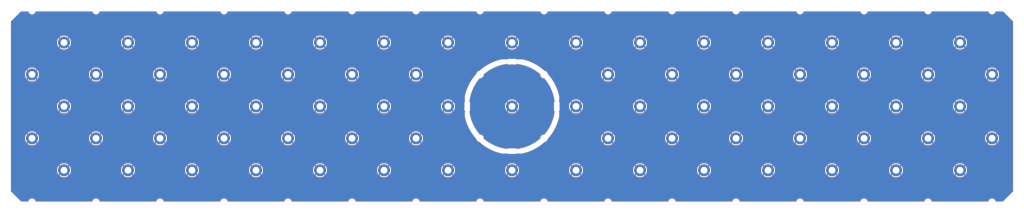
<source format=kicad_pcb>
(kicad_pcb (version 20211014) (generator pcbnew)
  (layers (0 "F.Cu" signal) (31 "B.Cu" signal) (34 "B.Paste" user) (35 "F.Paste" user) (36 "B.SilkS" user "B.Silkscreen") (37 "F.SilkS" user "F.Silkscreen") (38 "B.Mask" user) (39 "F.Mask" user) (44 "Edge.Cuts" user))
  (net 0 "")
  (net 1 "GND")
  (footprint "" (layer "F.Cu") (at 260 95)
    (fp_text reference "" (at 0 0) (layer "F.SilkS") (effects (font (size 1.27 1.27))))
    (fp_text value "" (at 0 0) (layer "F.SilkS") (effects (font (size 1.27 1.27))))
    (pad "1" thru_hole circle (at 0 0) (size 5.6 5.6) (drill 3.2) (layers *.Cu *.Mask) (net 1 "GND"))
  )
  (footprint "" (layer "F.Cu") (at -10 95)
    (fp_text reference "" (at 0 0) (layer "F.SilkS") (effects (font (size 1.27 1.27))))
    (fp_text value "" (at 0 0) (layer "F.SilkS") (effects (font (size 1.27 1.27))))
    (pad "1" thru_hole circle (at 0 0) (size 5.6 5.6) (drill 3.2) (layers *.Cu *.Mask) (net 1 "GND"))
  )
  (footprint "" (layer "F.Cu") (at 260 125)
    (fp_text reference "" (at 0 0) (layer "F.SilkS") (effects (font (size 1.27 1.27))))
    (fp_text value "" (at 0 0) (layer "F.SilkS") (effects (font (size 1.27 1.27))))
    (pad "1" thru_hole circle (at 0 0) (size 5.6 5.6) (drill 3.2) (layers *.Cu *.Mask) (net 1 "GND"))
  )
  (footprint "" (layer "F.Cu") (at -55 110)
    (fp_text reference "" (at 0 0) (layer "F.SilkS") (effects (font (size 1.27 1.27))))
    (fp_text value "" (at 0 0) (layer "F.SilkS") (effects (font (size 1.27 1.27))))
    (pad "1" thru_hole circle (at 0 0) (size 5.6 5.6) (drill 3.2) (layers *.Cu *.Mask) (net 1 "GND"))
  )
  (footprint "" (layer "F.Cu") (at -85 80)
    (fp_text reference "" (at 0 0) (layer "F.SilkS") (effects (font (size 1.27 1.27))))
    (fp_text value "" (at 0 0) (layer "F.SilkS") (effects (font (size 1.27 1.27))))
    (pad "1" thru_hole circle (at 0 0) (size 5.6 5.6) (drill 3.2) (layers *.Cu *.Mask) (net 1 "GND"))
  )
  (footprint "" (layer "F.Cu") (at 275 80)
    (fp_text reference "" (at 0 0) (layer "F.SilkS") (effects (font (size 1.27 1.27))))
    (fp_text value "" (at 0 0) (layer "F.SilkS") (effects (font (size 1.27 1.27))))
    (pad "1" thru_hole circle (at 0 0) (size 5.6 5.6) (drill 3.2) (layers *.Cu *.Mask) (net 1 "GND"))
  )
  (footprint "" (layer "F.Cu") (at 185 110)
    (fp_text reference "" (at 0 0) (layer "F.SilkS") (effects (font (size 1.27 1.27))))
    (fp_text value "" (at 0 0) (layer "F.SilkS") (effects (font (size 1.27 1.27))))
    (pad "1" thru_hole circle (at 0 0) (size 5.6 5.6) (drill 3.2) (layers *.Cu *.Mask) (net 1 "GND"))
  )
  (footprint "" (layer "F.Cu") (at 365 80)
    (fp_text reference "" (at 0 0) (layer "F.SilkS") (effects (font (size 1.27 1.27))))
    (fp_text value "" (at 0 0) (layer "F.SilkS") (effects (font (size 1.27 1.27))))
    (pad "1" thru_hole circle (at 0 0) (size 5.6 5.6) (drill 3.2) (layers *.Cu *.Mask) (net 1 "GND"))
  )
  (footprint "" (layer "F.Cu") (at 320 65)
    (fp_text reference "" (at 0 0) (layer "F.SilkS") (effects (font (size 1.27 1.27))))
    (fp_text value "" (at 0 0) (layer "F.SilkS") (effects (font (size 1.27 1.27))))
    (pad "1" thru_hole circle (at 0 0) (size 5.6 5.6) (drill 3.2) (layers *.Cu *.Mask) (net 1 "GND"))
  )
  (footprint "" (layer "F.Cu") (at 260 65)
    (fp_text reference "" (at 0 0) (layer "F.SilkS") (effects (font (size 1.27 1.27))))
    (fp_text value "" (at 0 0) (layer "F.SilkS") (effects (font (size 1.27 1.27))))
    (pad "1" thru_hole circle (at 0 0) (size 5.6 5.6) (drill 3.2) (layers *.Cu *.Mask) (net 1 "GND"))
  )
  (footprint "" (layer "F.Cu") (at 350 95)
    (fp_text reference "" (at 0 0) (layer "F.SilkS") (effects (font (size 1.27 1.27))))
    (fp_text value "" (at 0 0) (layer "F.SilkS") (effects (font (size 1.27 1.27))))
    (pad "1" thru_hole circle (at 0 0) (size 5.6 5.6) (drill 3.2) (layers *.Cu *.Mask) (net 1 "GND"))
  )
  (footprint "" (layer "F.Cu") (at 290 95)
    (fp_text reference "" (at 0 0) (layer "F.SilkS") (effects (font (size 1.27 1.27))))
    (fp_text value "" (at 0 0) (layer "F.SilkS") (effects (font (size 1.27 1.27))))
    (pad "1" thru_hole circle (at 0 0) (size 5.6 5.6) (drill 3.2) (layers *.Cu *.Mask) (net 1 "GND"))
  )
  (footprint "" (layer "F.Cu") (at 365 110)
    (fp_text reference "" (at 0 0) (layer "F.SilkS") (effects (font (size 1.27 1.27))))
    (fp_text value "" (at 0 0) (layer "F.SilkS") (effects (font (size 1.27 1.27))))
    (pad "1" thru_hole circle (at 0 0) (size 5.6 5.6) (drill 3.2) (layers *.Cu *.Mask) (net 1 "GND"))
  )
  (footprint "" (layer "F.Cu") (at 20 125)
    (fp_text reference "" (at 0 0) (layer "F.SilkS") (effects (font (size 1.27 1.27))))
    (fp_text value "" (at 0 0) (layer "F.SilkS") (effects (font (size 1.27 1.27))))
    (pad "1" thru_hole circle (at 0 0) (size 5.6 5.6) (drill 3.2) (layers *.Cu *.Mask) (net 1 "GND"))
  )
  (footprint "" (layer "F.Cu") (at 290 125)
    (fp_text reference "" (at 0 0) (layer "F.SilkS") (effects (font (size 1.27 1.27))))
    (fp_text value "" (at 0 0) (layer "F.SilkS") (effects (font (size 1.27 1.27))))
    (pad "1" thru_hole circle (at 0 0) (size 5.6 5.6) (drill 3.2) (layers *.Cu *.Mask) (net 1 "GND"))
  )
  (footprint "" (layer "F.Cu") (at 65 110)
    (fp_text reference "" (at 0 0) (layer "F.SilkS") (effects (font (size 1.27 1.27))))
    (fp_text value "" (at 0 0) (layer "F.SilkS") (effects (font (size 1.27 1.27))))
    (pad "1" thru_hole circle (at 0 0) (size 5.6 5.6) (drill 3.2) (layers *.Cu *.Mask) (net 1 "GND"))
  )
  (footprint "" (layer "F.Cu") (at 320 95)
    (fp_text reference "" (at 0 0) (layer "F.SilkS") (effects (font (size 1.27 1.27))))
    (fp_text value "" (at 0 0) (layer "F.SilkS") (effects (font (size 1.27 1.27))))
    (pad "1" thru_hole circle (at 0 0) (size 5.6 5.6) (drill 3.2) (layers *.Cu *.Mask) (net 1 "GND"))
  )
  (footprint "" (layer "F.Cu") (at 170 125)
    (fp_text reference "" (at 0 0) (layer "F.SilkS") (effects (font (size 1.27 1.27))))
    (fp_text value "" (at 0 0) (layer "F.SilkS") (effects (font (size 1.27 1.27))))
    (pad "1" thru_hole circle (at 0 0) (size 5.6 5.6) (drill 3.2) (layers *.Cu *.Mask) (net 1 "GND"))
  )
  (footprint "Panelization:mouse-bite-2mm-slot-4mm" (layer "F.Cu") (at 140 74 180)
    (fp_text reference "mouse-bite-2mm-slot" hide)
    (fp_text value "VAL**" hide)
    (fp_arc (start -3 -1) (mid -2 0) (end -3 1) (layer "Edge.Cuts") (width 0.12))
    (fp_arc (start 3 1) (mid 2 0) (end 3 -1) (layer "Edge.Cuts") (width 0.12))
    (pad "" np_thru_hole circle (at -1.05 -0.9 180) (size 0.5 0.5) (drill 0.5) (layers *.Cu *.Mask))
    (pad "" np_thru_hole circle (at 1.75 0.9 180) (size 0.5 0.5) (drill 0.5) (layers *.Cu *.Mask))
    (pad "" np_thru_hole circle (at -1.05 0.9 180) (size 0.5 0.5) (drill 0.5) (layers *.Cu *.Mask))
    (pad "" np_thru_hole circle (at -1.75 0.9 180) (size 0.5 0.5) (drill 0.5) (layers *.Cu *.Mask))
    (pad "" np_thru_hole circle (at 1.05 -0.9 180) (size 0.5 0.5) (drill 0.5) (layers *.Cu *.Mask))
    (pad "" np_thru_hole circle (at -0.35 0.9 180) (size 0.5 0.5) (drill 0.5) (layers *.Cu *.Mask))
    (pad "" np_thru_hole circle (at 1.05 0.9 180) (size 0.5 0.5) (drill 0.5) (layers *.Cu *.Mask))
    (pad "" np_thru_hole circle (at 0.35 0.9 180) (size 0.5 0.5) (drill 0.5) (layers *.Cu *.Mask))
    (pad "" np_thru_hole circle (at 0.35 -0.9 180) (size 0.5 0.5) (drill 0.5) (layers *.Cu *.Mask))
    (pad "" np_thru_hole circle (at -0.35 -0.9 180) (size 0.5 0.5) (drill 0.5) (layers *.Cu *.Mask))
    (pad "" np_thru_hole circle (at 1.75 -0.9 180) (size 0.5 0.5) (drill 0.5) (layers *.Cu *.Mask))
    (pad "" np_thru_hole circle (at -1.75 -0.9 180) (size 0.5 0.5) (drill 0.5) (layers *.Cu *.Mask))
  )
  (footprint "" (layer "F.Cu") (at 335 80)
    (fp_text reference "" (at 0 0) (layer "F.SilkS") (effects (font (size 1.27 1.27))))
    (fp_text value "" (at 0 0) (layer "F.SilkS") (effects (font (size 1.27 1.27))))
    (pad "1" thru_hole circle (at 0 0) (size 5.6 5.6) (drill 3.2) (layers *.Cu *.Mask) (net 1 "GND"))
  )
  (footprint "" (layer "F.Cu") (at 80 65)
    (fp_text reference "" (at 0 0) (layer "F.SilkS") (effects (font (size 1.27 1.27))))
    (fp_text value "" (at 0 0) (layer "F.SilkS") (effects (font (size 1.27 1.27))))
    (pad "1" thru_hole circle (at 0 0) (size 5.6 5.6) (drill 3.2) (layers *.Cu *.Mask) (net 1 "GND"))
  )
  (footprint "" (layer "F.Cu") (at 50 95)
    (fp_text reference "" (at 0 0) (layer "F.SilkS") (effects (font (size 1.27 1.27))))
    (fp_text value "" (at 0 0) (layer "F.SilkS") (effects (font (size 1.27 1.27))))
    (pad "1" thru_hole circle (at 0 0) (size 5.6 5.6) (drill 3.2) (layers *.Cu *.Mask) (net 1 "GND"))
  )
  (footprint "" (layer "F.Cu") (at 95 80)
    (fp_text reference "" (at 0 0) (layer "F.SilkS") (effects (font (size 1.27 1.27))))
    (fp_text value "" (at 0 0) (layer "F.SilkS") (effects (font (size 1.27 1.27))))
    (pad "1" thru_hole circle (at 0 0) (size 5.6 5.6) (drill 3.2) (layers *.Cu *.Mask) (net 1 "GND"))
  )
  (footprint "" (layer "F.Cu") (at 80 125)
    (fp_text reference "" (at 0 0) (layer "F.SilkS") (effects (font (size 1.27 1.27))))
    (fp_text value "" (at 0 0) (layer "F.SilkS") (effects (font (size 1.27 1.27))))
    (pad "1" thru_hole circle (at 0 0) (size 5.6 5.6) (drill 3.2) (layers *.Cu *.Mask) (net 1 "GND"))
  )
  (footprint "" (layer "F.Cu") (at 200 65)
    (fp_text reference "" (at 0 0) (layer "F.SilkS") (effects (font (size 1.27 1.27))))
    (fp_text value "" (at 0 0) (layer "F.SilkS") (effects (font (size 1.27 1.27))))
    (pad "1" thru_hole circle (at 0 0) (size 5.6 5.6) (drill 3.2) (layers *.Cu *.Mask) (net 1 "GND"))
  )
  (footprint "" (layer "F.Cu") (at 350 125)
    (fp_text reference "" (at 0 0) (layer "F.SilkS") (effects (font (size 1.27 1.27))))
    (fp_text value "" (at 0 0) (layer "F.SilkS") (effects (font (size 1.27 1.27))))
    (pad "1" thru_hole circle (at 0 0) (size 5.6 5.6) (drill 3.2) (layers *.Cu *.Mask) (net 1 "GND"))
  )
  (footprint "" (layer "F.Cu") (at 170 65)
    (fp_text reference "" (at 0 0) (layer "F.SilkS") (effects (font (size 1.27 1.27))))
    (fp_text value "" (at 0 0) (layer "F.SilkS") (effects (font (size 1.27 1.27))))
    (pad "1" thru_hole circle (at 0 0) (size 5.6 5.6) (drill 3.2) (layers *.Cu *.Mask) (net 1 "GND"))
  )
  (footprint "" (layer "F.Cu") (at 20 65)
    (fp_text reference "" (at 0 0) (layer "F.SilkS") (effects (font (size 1.27 1.27))))
    (fp_text value "" (at 0 0) (layer "F.SilkS") (effects (font (size 1.27 1.27))))
    (pad "1" thru_hole circle (at 0 0) (size 5.6 5.6) (drill 3.2) (layers *.Cu *.Mask) (net 1 "GND"))
  )
  (footprint "" (layer "F.Cu") (at 140 65)
    (fp_text reference "" (at 0 0) (layer "F.SilkS") (effects (font (size 1.27 1.27))))
    (fp_text value "" (at 0 0) (layer "F.SilkS") (effects (font (size 1.27 1.27))))
    (pad "1" thru_hole circle (at 0 0) (size 5.6 5.6) (drill 3.2) (layers *.Cu *.Mask) (net 1 "GND"))
  )
  (footprint "" (layer "F.Cu") (at 230 125)
    (fp_text reference "" (at 0 0) (layer "F.SilkS") (effects (font (size 1.27 1.27))))
    (fp_text value "" (at 0 0) (layer "F.SilkS") (effects (font (size 1.27 1.27))))
    (pad "1" thru_hole circle (at 0 0) (size 5.6 5.6) (drill 3.2) (layers *.Cu *.Mask) (net 1 "GND"))
  )
  (footprint "" (layer "F.Cu") (at 95 110)
    (fp_text reference "" (at 0 0) (layer "F.SilkS") (effects (font (size 1.27 1.27))))
    (fp_text value "" (at 0 0) (layer "F.SilkS") (effects (font (size 1.27 1.27))))
    (pad "1" thru_hole circle (at 0 0) (size 5.6 5.6) (drill 3.2) (layers *.Cu *.Mask) (net 1 "GND"))
  )
  (footprint "" (layer "F.Cu") (at -10 125)
    (fp_text reference "" (at 0 0) (layer "F.SilkS") (effects (font (size 1.27 1.27))))
    (fp_text value "" (at 0 0) (layer "F.SilkS") (effects (font (size 1.27 1.27))))
    (pad "1" thru_hole circle (at 0 0) (size 5.6 5.6) (drill 3.2) (layers *.Cu *.Mask) (net 1 "GND"))
  )
  (footprint "" (layer "F.Cu") (at 305 110)
    (fp_text reference "" (at 0 0) (layer "F.SilkS") (effects (font (size 1.27 1.27))))
    (fp_text value "" (at 0 0) (layer "F.SilkS") (effects (font (size 1.27 1.27))))
    (pad "1" thru_hole circle (at 0 0) (size 5.6 5.6) (drill 3.2) (layers *.Cu *.Mask) (net 1 "GND"))
  )
  (footprint "" (layer "F.Cu") (at -55 80)
    (fp_text reference "" (at 0 0) (layer "F.SilkS") (effects (font (size 1.27 1.27))))
    (fp_text value "" (at 0 0) (layer "F.SilkS") (effects (font (size 1.27 1.27))))
    (pad "1" thru_hole circle (at 0 0) (size 5.6 5.6) (drill 3.2) (layers *.Cu *.Mask) (net 1 "GND"))
  )
  (footprint "" (layer "F.Cu") (at -70 125)
    (fp_text reference "" (at -20 0) (layer "F.SilkS") (effects (font (size 1.27 1.27))))
    (fp_text value "" (at -20 0) (layer "F.SilkS") (effects (font (size 1.27 1.27))))
    (pad "1" thru_hole circle (at 0 0) (size 5.6 5.6) (drill 3.2) (layers *.Cu *.Mask) (net 1 "GND"))
  )
  (footprint "" (layer "F.Cu") (at 200 95)
    (fp_text reference "" (at 0 0) (layer "F.SilkS") (effects (font (size 1.27 1.27))))
    (fp_text value "" (at 0 0) (layer "F.SilkS") (effects (font (size 1.27 1.27))))
    (pad "1" thru_hole circle (at 0 0) (size 5.6 5.6) (drill 3.2) (layers *.Cu *.Mask) (net 1 "GND"))
  )
  (footprint "" (layer "F.Cu") (at 185 80)
    (fp_text reference "" (at 0 0) (layer "F.SilkS") (effects (font (size 1.27 1.27))))
    (fp_text value "" (at 0 0) (layer "F.SilkS") (effects (font (size 1.27 1.27))))
    (pad "1" thru_hole circle (at 0 0) (size 5.6 5.6) (drill 3.2) (layers *.Cu *.Mask) (net 1 "GND"))
  )
  (footprint "Panelization:mouse-bite-2mm-slot-4mm" (layer "F.Cu") (at 140 116 180)
    (fp_text reference "mouse-bite-2mm-slot" hide)
    (fp_text value "VAL**" hide)
    (fp_arc (start 3 1) (mid 2 0) (end 3 -1) (layer "Edge.Cuts") (width 0.12))
    (fp_arc (start -3 -1) (mid -2 0) (end -3 1) (layer "Edge.Cuts") (width 0.12))
    (pad "" np_thru_hole circle (at 1.75 -0.9 180) (size 0.5 0.5) (drill 0.5) (layers *.Cu *.Mask))
    (pad "" np_thru_hole circle (at 0.35 0.9 180) (size 0.5 0.5) (drill 0.5) (layers *.Cu *.Mask))
    (pad "" np_thru_hole circle (at -1.75 0.9 180) (size 0.5 0.5) (drill 0.5) (layers *.Cu *.Mask))
    (pad "" np_thru_hole circle (at -1.05 -0.9 180) (size 0.5 0.5) (drill 0.5) (layers *.Cu *.Mask))
    (pad "" np_thru_hole circle (at -0.35 -0.9 180) (size 0.5 0.5) (drill 0.5) (layers *.Cu *.Mask))
    (pad "" np_thru_hole circle (at 0.35 -0.9 180) (size 0.5 0.5) (drill 0.5) (layers *.Cu *.Mask))
    (pad "" np_thru_hole circle (at -0.35 0.9 180) (size 0.5 0.5) (drill 0.5) (layers *.Cu *.Mask))
    (pad "" np_thru_hole circle (at 1.05 -0.9 180) (size 0.5 0.5) (drill 0.5) (layers *.Cu *.Mask))
    (pad "" np_thru_hole circle (at -1.75 -0.9 180) (size 0.5 0.5) (drill 0.5) (layers *.Cu *.Mask))
    (pad "" np_thru_hole circle (at -1.05 0.9 180) (size 0.5 0.5) (drill 0.5) (layers *.Cu *.Mask))
    (pad "" np_thru_hole circle (at 1.05 0.9 180) (size 0.5 0.5) (drill 0.5) (layers *.Cu *.Mask))
    (pad "" np_thru_hole circle (at 1.75 0.9 180) (size 0.5 0.5) (drill 0.5) (layers *.Cu *.Mask))
  )
  (footprint "" (layer "F.Cu") (at -25 80)
    (fp_text reference "" (at 0 0) (layer "F.SilkS") (effects (font (size 1.27 1.27))))
    (fp_text value "" (at 0 0) (layer "F.SilkS") (effects (font (size 1.27 1.27))))
    (pad "1" thru_hole circle (at 0 0) (size 5.6 5.6) (drill 3.2) (layers *.Cu *.Mask) (net 1 "GND"))
  )
  (footprint "" (layer "F.Cu") (at 110 65)
    (fp_text reference "" (at 0 0) (layer "F.SilkS") (effects (font (size 1.27 1.27))))
    (fp_text value "" (at 0 0) (layer "F.SilkS") (effects (font (size 1.27 1.27))))
    (pad "1" thru_hole circle (at 0 0) (size 5.6 5.6) (drill 3.2) (layers *.Cu *.Mask) (net 1 "GND"))
  )
  (footprint "" (layer "F.Cu") (at 170 95)
    (fp_text reference "" (at 0 0) (layer "F.SilkS") (effects (font (size 1.27 1.27))))
    (fp_text value "" (at 0 0) (layer "F.SilkS") (effects (font (size 1.27 1.27))))
    (pad "1" thru_hole circle (at 0 0) (size 5.6 5.6) (drill 3.2) (layers *.Cu *.Mask) (net 1 "GND"))
  )
  (footprint "" (layer "F.Cu") (at 5 80)
    (fp_text reference "" (at 0 0) (layer "F.SilkS") (effects (font (size 1.27 1.27))))
    (fp_text value "" (at 0 0) (layer "F.SilkS") (effects (font (size 1.27 1.27))))
    (pad "1" thru_hole circle (at 0 0) (size 5.6 5.6) (drill 3.2) (layers *.Cu *.Mask) (net 1 "GND"))
  )
  (footprint "" (layer "F.Cu") (at 320 125)
    (fp_text reference "" (at 0 0) (layer "F.SilkS") (effects (font (size 1.27 1.27))))
    (fp_text value "" (at 0 0) (layer "F.SilkS") (effects (font (size 1.27 1.27))))
    (pad "1" thru_hole circle (at 0 0) (size 5.6 5.6) (drill 3.2) (layers *.Cu *.Mask) (net 1 "GND"))
  )
  (footprint "" (layer "F.Cu") (at -70 95)
    (fp_text reference "" (at -20 0) (layer "F.SilkS") (effects (font (size 1.27 1.27))))
    (fp_text value "" (at -20 0) (layer "F.SilkS") (effects (font (size 1.27 1.27))))
    (pad "1" thru_hole circle (at 0 0) (size 5.6 5.6) (drill 3.2) (layers *.Cu *.Mask) (net 1 "GND"))
  )
  (footprint "" (layer "F.Cu") (at -70 65)
    (fp_text reference "" (at -20 0) (layer "F.SilkS") (effects (font (size 1.27 1.27))))
    (fp_text value "" (at -20 0) (layer "F.SilkS") (effects (font (size 1.27 1.27))))
    (pad "1" thru_hole circle (at 0 0) (size 5.6 5.6) (drill 3.2) (layers *.Cu *.Mask) (net 1 "GND"))
  )
  (footprint "" (layer "F.Cu") (at 80 95)
    (fp_text reference "" (at 0 0) (layer "F.SilkS") (effects (font (size 1.27 1.27))))
    (fp_text value "" (at 0 0) (layer "F.SilkS") (effects (font (size 1.27 1.27))))
    (pad "1" thru_hole circle (at 0 0) (size 5.6 5.6) (drill 3.2) (layers *.Cu *.Mask) (net 1 "GND"))
  )
  (footprint "" (layer "F.Cu") (at 275 110)
    (fp_text reference "" (at 0 0) (layer "F.SilkS") (effects (font (size 1.27 1.27))))
    (fp_text value "" (at 0 0) (layer "F.SilkS") (effects (font (size 1.27 1.27))))
    (pad "1" thru_hole circle (at 0 0) (size 5.6 5.6) (drill 3.2) (layers *.Cu *.Mask) (net 1 "GND"))
  )
  (footprint "" (layer "F.Cu") (at 290 65)
    (fp_text reference "" (at 0 0) (layer "F.SilkS") (effects (font (size 1.27 1.27))))
    (fp_text value "" (at 0 0) (layer "F.SilkS") (effects (font (size 1.27 1.27))))
    (pad "1" thru_hole circle (at 0 0) (size 5.6 5.6) (drill 3.2) (layers *.Cu *.Mask) (net 1 "GND"))
  )
  (footprint "" (layer "F.Cu") (at -85 110)
    (fp_text reference "" (at 0 0) (layer "F.SilkS") (effects (font (size 1.27 1.27))))
    (fp_text value "" (at 0 0) (layer "F.SilkS") (effects (font (size 1.27 1.27))))
    (pad "1" thru_hole circle (at 0 0) (size 5.6 5.6) (drill 3.2) (layers *.Cu *.Mask) (net 1 "GND"))
  )
  (footprint "" (layer "F.Cu") (at 200 125)
    (fp_text reference "" (at 0 0) (layer "F.SilkS") (effects (font (size 1.27 1.27))))
    (fp_text value "" (at 0 0) (layer "F.SilkS") (effects (font (size 1.27 1.27))))
    (pad "1" thru_hole circle (at 0 0) (size 5.6 5.6) (drill 3.2) (layers *.Cu *.Mask) (net 1 "GND"))
  )
  (footprint "Panelization:mouse-bite-2mm-slot-4mm" (layer "F.Cu") (at 119 95 90)
    (fp_text reference "mouse-bite-2mm-slot" hide)
    (fp_text value "VAL**" hide)
    (fp_arc (start 3 1) (mid 2 0) (end 3 -1) (layer "Edge.Cuts") (width 0.12))
    (fp_arc (start -3 -1) (mid -2 0) (end -3 1) (layer "Edge.Cuts") (width 0.12))
    (pad "" np_thru_hole circle (at -0.35 -0.9 90) (size 0.5 0.5) (drill 0.5) (layers *.Cu *.Mask))
    (pad "" np_thru_hole circle (at -1.05 -0.9 90) (size 0.5 0.5) (drill 0.5) (layers *.Cu *.Mask))
    (pad "" np_thru_hole circle (at 0.35 -0.9 90) (size 0.5 0.5) (drill 0.5) (layers *.Cu *.Mask))
    (pad "" np_thru_hole circle (at -1.75 -0.9 90) (size 0.5 0.5) (drill 0.5) (layers *.Cu *.Mask))
    (pad "" np_thru_hole circle (at -0.35 0.9 90) (size 0.5 0.5) (drill 0.5) (layers *.Cu *.Mask))
    (pad "" np_thru_hole circle (at 1.05 -0.9 90) (size 0.5 0.5) (drill 0.5) (layers *.Cu *.Mask))
    (pad "" np_thru_hole circle (at -1.05 0.9 90) (size 0.5 0.5) (drill 0.5) (layers *.Cu *.Mask))
    (pad "" np_thru_hole circle (at 1.75 -0.9 90) (size 0.5 0.5) (drill 0.5) (layers *.Cu *.Mask))
    (pad "" np_thru_hole circle (at 1.75 0.9 90) (size 0.5 0.5) (drill 0.5) (layers *.Cu *.Mask))
    (pad "" np_thru_hole circle (at 1.05 0.9 90) (size 0.5 0.5) (drill 0.5) (layers *.Cu *.Mask))
    (pad "" np_thru_hole circle (at 0.35 0.9 90) (size 0.5 0.5) (drill 0.5) (layers *.Cu *.Mask))
    (pad "" np_thru_hole circle (at -1.75 0.9 90) (size 0.5 0.5) (drill 0.5) (layers *.Cu *.Mask))
  )
  (footprint "mfg:logo_mask" (layer "F.Cu") (at -77.5 117.5 -45)
    (fp_text reference "G***" hide)
    (fp_text value "LOGO" hide)
  )
  (footprint "" (layer "F.Cu") (at 305 80)
    (fp_text reference "" (at 0 0) (layer "F.SilkS") (effects (font (size 1.27 1.27))))
    (fp_text value "" (at 0 0) (layer "F.SilkS") (effects (font (size 1.27 1.27))))
    (pad "1" thru_hole circle (at 0 0) (size 5.6 5.6) (drill 3.2) (layers *.Cu *.Mask) (net 1 "GND"))
  )
  (footprint "" (layer "F.Cu") (at 110 125)
    (fp_text reference "" (at 0 0) (layer "F.SilkS") (effects (font (size 1.27 1.27))))
    (fp_text value "" (at 0 0) (layer "F.SilkS") (effects (font (size 1.27 1.27))))
    (pad "1" thru_hole circle (at 0 0) (size 5.6 5.6) (drill 3.2) (layers *.Cu *.Mask) (net 1 "GND"))
  )
  (footprint "" (layer "F.Cu") (at 35 80)
    (fp_text reference "" (at 0 0) (layer "F.SilkS") (effects (font (size 1.27 1.27))))
    (fp_text value "" (at 0 0) (layer "F.SilkS") (effects (font (size 1.27 1.27))))
    (pad "1" thru_hole circle (at 0 0) (size 5.6 5.6) (drill 3.2) (layers *.Cu *.Mask) (net 1 "GND"))
  )
  (footprint "" (layer "F.Cu") (at -25 110)
    (fp_text reference "" (at 0 0) (layer "F.SilkS") (effects (font (size 1.27 1.27))))
    (fp_text value "" (at 0 0) (layer "F.SilkS") (effects (font (size 1.27 1.27))))
    (pad "1" thru_hole circle (at 0 0) (size 5.6 5.6) (drill 3.2) (layers *.Cu *.Mask) (net 1 "GND"))
  )
  (footprint "" (layer "F.Cu") (at 215 80)
    (fp_text reference "" (at 0 0) (layer "F.SilkS") (effects (font (size 1.27 1.27))))
    (fp_text value "" (at 0 0) (layer "F.SilkS") (effects (font (size 1.27 1.27))))
    (pad "1" thru_hole circle (at 0 0) (size 5.6 5.6) (drill 3.2) (layers *.Cu *.Mask) (net 1 "GND"))
  )
  (footprint "" (layer "F.Cu") (at 50 65)
    (fp_text reference "" (at 0 0) (layer "F.SilkS") (effects (font (size 1.27 1.27))))
    (fp_text value "" (at 0 0) (layer "F.SilkS") (effects (font (size 1.27 1.27))))
    (pad "1" thru_hole circle (at 0 0) (size 5.6 5.6) (drill 3.2) (layers *.Cu *.Mask) (net 1 "GND"))
  )
  (footprint "" (layer "F.Cu") (at 335 110)
    (fp_text reference "" (at 0 0) (layer "F.SilkS") (effects (font (size 1.27 1.27))))
    (fp_text value "" (at 0 0) (layer "F.SilkS") (effects (font (size 1.27 1.27))))
    (pad "1" thru_hole circle (at 0 0) (size 5.6 5.6) (drill 3.2) (layers *.Cu *.Mask) (net 1 "GND"))
  )
  (footprint "" (layer "F.Cu") (at 20 95)
    (fp_text reference "" (at 0 0) (layer "F.SilkS") (effects (font (size 1.27 1.27))))
    (fp_text value "" (at 0 0) (layer "F.SilkS") (effects (font (size 1.27 1.27))))
    (pad "1" thru_hole circle (at 0 0) (size 5.6 5.6) (drill 3.2) (layers *.Cu *.Mask) (net 1 "GND"))
  )
  (footprint "" (layer "F.Cu") (at 215 110)
    (fp_text reference "" (at 0 0) (layer "F.SilkS") (effects (font (size 1.27 1.27))))
    (fp_text value "" (at 0 0) (layer "F.SilkS") (effects (font (size 1.27 1.27))))
    (pad "1" thru_hole circle (at 0 0) (size 5.6 5.6) (drill 3.2) (layers *.Cu *.Mask) (net 1 "GND"))
  )
  (footprint "" (layer "F.Cu") (at 110 95)
    (fp_text reference "" (at 0 0) (layer "F.SilkS") (effects (font (size 1.27 1.27))))
    (fp_text value "" (at 0 0) (layer "F.SilkS") (effects (font (size 1.27 1.27))))
    (pad "1" thru_hole circle (at 0 0) (size 5.6 5.6) (drill 3.2) (layers *.Cu *.Mask) (net 1 "GND"))
  )
  (footprint "" (layer "F.Cu") (at 65 80)
    (fp_text reference "" (at 0 0) (layer "F.SilkS") (effects (font (size 1.27 1.27))))
    (fp_text value "" (at 0 0) (layer "F.SilkS") (effects (font (size 1.27 1.27))))
    (pad "1" thru_hole circle (at 0 0) (size 5.6 5.6) (drill 3.2) (layers *.Cu *.Mask) (net 1 "GND"))
  )
  (footprint "" (layer "F.Cu") (at 230 95)
    (fp_text reference "" (at 0 0) (layer "F.SilkS") (effects (font (size 1.27 1.27))))
    (fp_text value "" (at 0 0) (layer "F.SilkS") (effects (font (size 1.27 1.27))))
    (pad "1" thru_hole circle (at 0 0) (size 5.6 5.6) (drill 3.2) (layers *.Cu *.Mask) (net 1 "GND"))
  )
  (footprint "" (layer "F.Cu") (at 35 110)
    (fp_text reference "" (at 0 0) (layer "F.SilkS") (effects (font (size 1.27 1.27))))
    (fp_text value "" (at 0 0) (layer "F.SilkS") (effects (font (size 1.27 1.27))))
    (pad "1" thru_hole circle (at 0 0) (size 5.6 5.6) (drill 3.2) (layers *.Cu *.Mask) (net 1 "GND"))
  )
  (footprint "" (layer "F.Cu") (at 50 125)
    (fp_text reference "" (at 0 0) (layer "F.SilkS") (effects (font (size 1.27 1.27))))
    (fp_text value "" (at 0 0) (layer "F.SilkS") (effects (font (size 1.27 1.27))))
    (pad "1" thru_hole circle (at 0 0) (size 5.6 5.6) (drill 3.2) (layers *.Cu *.Mask) (net 1 "GND"))
  )
  (footprint "" (layer "F.Cu") (at -40 65)
    (fp_text reference "" (at 0 0) (layer "F.SilkS") (effects (font (size 1.27 1.27))))
    (fp_text value "" (at 0 0) (layer "F.SilkS") (effects (font (size 1.27 1.27))))
    (pad "1" thru_hole circle (at 0 0) (size 5.6 5.6) (drill 3.2) (layers *.Cu *.Mask) (net 1 "GND"))
  )
  (footprint "" (layer "F.Cu") (at 140 95)
    (fp_text reference "" (at 0 0) (layer "F.SilkS") (effects (font (size 1.27 1.27))))
    (fp_text value "" (at 0 0) (layer "F.SilkS") (effects (font (size 1.27 1.27))))
    (pad "1" thru_hole circle (at 0 0) (size 5.6 5.6) (drill 3.2) (layers *.Cu *.Mask) (net 1 "GND"))
  )
  (footprint "" (layer "F.Cu") (at 350 65)
    (fp_text reference "" (at 0 0) (layer "F.SilkS") (effects (font (size 1.27 1.27))))
    (fp_text value "" (at 0 0) (layer "F.SilkS") (effects (font (size 1.27 1.27))))
    (pad "1" thru_hole circle (at 0 0) (size 5.6 5.6) (drill 3.2) (layers *.Cu *.Mask) (net 1 "GND"))
  )
  (footprint "" (layer "F.Cu") (at 245 80)
    (fp_text reference "" (at 0 0) (layer "F.SilkS") (effects (font (size 1.27 1.27))))
    (fp_text value "" (at 0 0) (layer "F.SilkS") (effects (font (size 1.27 1.27))))
    (pad "1" thru_hole circle (at 0 0) (size 5.6 5.6) (drill 3.2) (layers *.Cu *.Mask) (net 1 "GND"))
  )
  (footprint "" (layer "F.Cu") (at 140 125)
    (fp_text reference "" (at 0 0) (layer "F.SilkS") (effects (font (size 1.27 1.27))))
    (fp_text value "" (at 0 0) (layer "F.SilkS") (effects (font (size 1.27 1.27))))
    (pad "1" thru_hole circle (at 0 0) (size 5.6 5.6) (drill 3.2) (layers *.Cu *.Mask) (net 1 "GND"))
  )
  (footprint "" (layer "F.Cu") (at 230 65)
    (fp_text reference "" (at 0 0) (layer "F.SilkS") (effects (font (size 1.27 1.27))))
    (fp_text value "" (at 0 0) (layer "F.SilkS") (effects (font (size 1.27 1.27))))
    (pad "1" thru_hole circle (at 0 0) (size 5.6 5.6) (drill 3.2) (layers *.Cu *.Mask) (net 1 "GND"))
  )
  (footprint "" (layer "F.Cu") (at 245 110)
    (fp_text reference "" (at 0 0) (layer "F.SilkS") (effects (font (size 1.27 1.27))))
    (fp_text value "" (at 0 0) (layer "F.SilkS") (effects (font (size 1.27 1.27))))
    (pad "1" thru_hole circle (at 0 0) (size 5.6 5.6) (drill 3.2) (layers *.Cu *.Mask) (net 1 "GND"))
  )
  (footprint "" (layer "F.Cu") (at -40 95)
    (fp_text reference "" (at 0 0) (layer "F.SilkS") (effects (font (size 1.27 1.27))))
    (fp_text value "" (at 0 0) (layer "F.SilkS") (effects (font (size 1.27 1.27))))
    (pad "1" thru_hole circle (at 0 0) (size 5.6 5.6) (drill 3.2) (layers *.Cu *.Mask) (net 1 "GND"))
  )
  (footprint "Panelization:mouse-bite-2mm-slot-4mm" (layer "F.Cu") (at 161 95 90)
    (fp_text reference "mouse-bite-2mm-slot" hide)
    (fp_text value "VAL**" hide)
    (fp_arc (start 3 1) (mid 2 0) (end 3 -1) (layer "Edge.Cuts") (width 0.12))
    (fp_arc (start -3 -1) (mid -2 0) (end -3 1) (layer "Edge.Cuts") (width 0.12))
    (pad "" np_thru_hole circle (at 1.05 0.9 90) (size 0.5 0.5) (drill 0.5) (layers *.Cu *.Mask))
    (pad "" np_thru_hole circle (at -0.35 0.9 90) (size 0.5 0.5) (drill 0.5) (layers *.Cu *.Mask))
    (pad "" np_thru_hole circle (at 0.35 -0.9 90) (size 0.5 0.5) (drill 0.5) (layers *.Cu *.Mask))
    (pad "" np_thru_hole circle (at -1.05 -0.9 90) (size 0.5 0.5) (drill 0.5) (layers *.Cu *.Mask))
    (pad "" np_thru_hole circle (at 0.35 0.9 90) (size 0.5 0.5) (drill 0.5) (layers *.Cu *.Mask))
    (pad "" np_thru_hole circle (at 1.75 -0.9 90) (size 0.5 0.5) (drill 0.5) (layers *.Cu *.Mask))
    (pad "" np_thru_hole circle (at 1.05 -0.9 90) (size 0.5 0.5) (drill 0.5) (layers *.Cu *.Mask))
    (pad "" np_thru_hole circle (at -1.05 0.9 90) (size 0.5 0.5) (drill 0.5) (layers *.Cu *.Mask))
    (pad "" np_thru_hole circle (at 1.75 0.9 90) (size 0.5 0.5) (drill 0.5) (layers *.Cu *.Mask))
    (pad "" np_thru_hole circle (at -1.75 -0.9 90) (size 0.5 0.5) (drill 0.5) (layers *.Cu *.Mask))
    (pad "" np_thru_hole circle (at -1.75 0.9 90) (size 0.5 0.5) (drill 0.5) (layers *.Cu *.Mask))
    (pad "" np_thru_hole circle (at -0.35 -0.9 90) (size 0.5 0.5) (drill 0.5) (layers *.Cu *.Mask))
  )
  (footprint "" (layer "F.Cu") (at -40 125)
    (fp_text reference "" (at 0 0) (layer "F.SilkS") (effects (font (size 1.27 1.27))))
    (fp_text value "" (at 0 0) (layer "F.SilkS") (effects (font (size 1.27 1.27))))
    (pad "1" thru_hole circle (at 0 0) (size 5.6 5.6) (drill 3.2) (layers *.Cu *.Mask) (net 1 "GND"))
  )
  (footprint "" (layer "F.Cu") (at -10 65)
    (fp_text reference "" (at 0 0) (layer "F.SilkS") (effects (font (size 1.27 1.27))))
    (fp_text value "" (at 0 0) (layer "F.SilkS") (effects (font (size 1.27 1.27))))
    (pad "1" thru_hole circle (at 0 0) (size 5.6 5.6) (drill 3.2) (layers *.Cu *.Mask) (net 1 "GND"))
  )
  (footprint "" (layer "F.Cu") (at 5 110)
    (fp_text reference "" (at 0 0) (layer "F.SilkS") (effects (font (size 1.27 1.27))))
    (fp_text value "" (at 0 0) (layer "F.SilkS") (effects (font (size 1.27 1.27))))
    (pad "1" thru_hole circle (at 0 0) (size 5.6 5.6) (drill 3.2) (layers *.Cu *.Mask) (net 1 "GND"))
  )
  (footprint "mfg:opulo-logo" (layer "B.Cu") (at 140 56.9)
    (fp_text reference "G***" hide)
    (fp_text value "LOGO" hide)
  )
  (footprint "mfg:goblin-tiny" (layer "B.Cu") (at 139.6 107.4)
    (fp_text reference "G***" hide)
    (fp_text value "LOGO" hide)
  )
  (gr_line (start -83.4 139.798943) (end -56.6 139.799218) (layer "Edge.Cuts") (width 0.1))
  (gr_line (start 186.6 50.200137) (end 213.4 50.200137) (layer "Edge.Cuts") (width 0.1))
  (gr_arc (start 153.4 139.799218) (mid 155 138.387451) (end 156.6 139.799218) (layer "Edge.Cuts") (width 0.1))
  (gr_arc (start 93.4 139.799218) (mid 95 138.387451) (end 96.6 139.799218) (layer "Edge.Cuts") (width 0.1))
  (gr_line (start 366.6 50.2) (end 370.2 50.19963) (layer "Edge.Cuts") (width 0.1))
  (gr_arc (start 183.4 139.799218) (mid 185 138.387451) (end 186.6 139.799218) (layer "Edge.Cuts") (width 0.1))
  (gr_arc (start 155.1 81.6) (mid 153.798475 81.126441) (end 153.4 79.8) (layer "Edge.Cuts") (width 0.1))
  (gr_arc (start -86.6 139.8) (mid -85 138.388233) (end -83.4 139.8) (layer "Edge.Cuts") (width 0.1))
  (gr_arc (start 124.9 108.4) (mid 121.698783 103.553939) (end 120 98) (layer "Edge.Cuts") (width 0.1))
  (gr_arc (start 273.4 139.799218) (mid 275 138.387451) (end 276.6 139.799218) (layer "Edge.Cuts") (width 0.1))
  (gr_line (start 63.4 139.799218) (end 36.6 139.799218) (layer "Edge.Cuts") (width 0.1))
  (gr_line (start 162 92) (end 162 90.3) (layer "Edge.Cuts") (width 0.1))
  (gr_arc (start 246.6 50.200137) (mid 245 51.611904) (end 243.4 50.200137) (layer "Edge.Cuts") (width 0.1))
  (gr_line (start 183.4 139.799218) (end 156.6 139.799218) (layer "Edge.Cuts") (width 0.1))
  (gr_arc (start 153.4 110.1) (mid 148.553939 113.301217) (end 143 115) (layer "Edge.Cuts") (width 0.1))
  (gr_arc (start 126.6 50.200137) (mid 125 51.611904) (end 123.4 50.200137) (layer "Edge.Cuts") (width 0.1))
  (gr_line (start 366.6 139.799218) (end 370.2 139.8) (layer "Edge.Cuts") (width 0.1))
  (gr_line (start 6.6 50.200137) (end 33.4 50.200137) (layer "Edge.Cuts") (width 0.1))
  (gr_line (start -23.4 50.200137) (end 3.4 50.200137) (layer "Edge.Cuts") (width 0.1))
  (gr_arc (start 137 115) (mid 131.457481 113.342125) (end 126.6 110.2) (layer "Edge.Cuts") (width 0.1))
  (gr_line (start -83.4 50.2) (end -56.6 50.200275) (layer "Edge.Cuts") (width 0.1))
  (gr_arc (start 155.2 78.4) (mid 156.140174 78.859826) (end 156.599999 79.8) (layer "Edge.Cuts") (width 0.1))
  (gr_arc (start 33.4 139.799218) (mid 35 138.387451) (end 36.6 139.799218) (layer "Edge.Cuts") (width 0.1))
  (gr_arc (start 124.8 111.6) (mid 123.859826 111.140174) (end 123.400001 110.2) (layer "Edge.Cuts") (width 0.1))
  (gr_arc (start 333.4 139.799493) (mid 335 138.387726) (end 336.6 139.799493) (layer "Edge.Cuts") (width 0.1))
  (gr_arc (start 155.1 81.6) (mid 158.301217 86.446061) (end 160 92) (layer "Edge.Cuts") (width 0.1))
  (gr_arc (start 3.4 139.799218) (mid 5 138.387451) (end 6.6 139.799218) (layer "Edge.Cuts") (width 0.1))
  (gr_line (start 216.6 50.200137) (end 243.4 50.200137) (layer "Edge.Cuts") (width 0.1))
  (gr_line (start 93.4 139.799218) (end 66.6 139.799218) (layer "Edge.Cuts") (width 0.1))
  (gr_line (start -95 135) (end -90.2 139.8) (layer "Edge.Cuts") (width 0.1))
  (gr_arc (start 118 90.3) (mid 120.001509 84.690776) (end 123.4 79.8) (layer "Edge.Cuts") (width 0.1))
  (gr_arc (start 124.8 78.400002) (mid 129.688231 74.996561) (end 135.3 73) (layer "Edge.Cuts") (width 0.1))
  (gr_line (start 137 73) (end 135.3 73) (layer "Edge.Cuts") (width 0.1))
  (gr_line (start 375 55) (end 375 135) (layer "Edge.Cuts") (width 0.1))
  (gr_arc (start 6.6 50.200137) (mid 5 51.611904) (end 3.4 50.200137) (layer "Edge.Cuts") (width 0.1))
  (gr_line (start 273.4 139.799218) (end 246.6 139.799218) (layer "Edge.Cuts") (width 0.1))
  (gr_line (start 137 117) (end 135.3 117) (layer "Edge.Cuts") (width 0.1))
  (gr_line (start 36.6 50.200137) (end 63.4 50.200137) (layer "Edge.Cuts") (width 0.1))
  (gr_arc (start 276.6 50.200137) (mid 275 51.611904) (end 273.4 50.200137) (layer "Edge.Cuts") (width 0.1))
  (gr_arc (start 66.6 50.200137) (mid 65 51.611904) (end 63.4 50.200137) (layer "Edge.Cuts") (width 0.1))
  (gr_arc (start 216.6 50.200137) (mid 215 51.611904) (end 213.4 50.200137) (layer "Edge.Cuts") (width 0.1))
  (gr_line (start 246.6 50.200137) (end 273.4 50.200137) (layer "Edge.Cuts") (width 0.1))
  (gr_arc (start 120 92) (mid 121.657875 86.457481) (end 124.8 81.6) (layer "Edge.Cuts") (width 0.1))
  (gr_line (start 96.6 50.200137) (end 123.4 50.200137) (layer "Edge.Cuts") (width 0.1))
  (gr_arc (start -23.4 50.200137) (mid -25 51.611904) (end -26.6 50.200137) (layer "Edge.Cuts") (width 0.1))
  (gr_line (start 123.4 139.799218) (end 96.6 139.799218) (layer "Edge.Cuts") (width 0.1))
  (gr_line (start 143 73) (end 144.7 73) (layer "Edge.Cuts") (width 0.1))
  (gr_arc (start 123.400002 110.2) (mid 119.996561 105.311769) (end 118 99.7) (layer "Edge.Cuts") (width 0.1))
  (gr_arc (start 363.4 139.799218) (mid 365 138.387451) (end 366.6 139.799218) (layer "Edge.Cuts") (width 0.1))
  (gr_line (start 243.4 139.799218) (end 216.6 139.799218) (layer "Edge.Cuts") (width 0.1))
  (gr_line (start 213.4 139.799218) (end 186.6 139.799218) (layer "Edge.Cuts") (width 0.1))
  (gr_arc (start 186.6 50.200137) (mid 185 51.611904) (end 183.4 50.200137) (layer "Edge.Cuts") (width 0.1))
  (gr_arc (start 126.6 79.9) (mid 131.446061 76.698783) (end 137 75) (layer "Edge.Cuts") (width 0.1))
  (gr_line (start 336.6 50.199725) (end 363.4 50.2) (layer "Edge.Cuts") (width 0.1))
  (gr_arc (start -83.4 50.2) (mid -85 51.611767) (end -86.6 50.2) (layer "Edge.Cuts") (width 0.1))
  (gr_line (start 118 92) (end 118 90.3) (layer "Edge.Cuts") (width 0.1))
  (gr_arc (start 96.6 50.200137) (mid 95 51.611904) (end 93.4 50.200137) (layer "Edge.Cuts") (width 0.1))
  (gr_line (start 333.4 139.799493) (end 306.6 139.799218) (layer "Edge.Cuts") (width 0.1))
  (gr_line (start 66.6 50.200137) (end 93.4 50.200137) (layer "Edge.Cuts") (width 0.1))
  (gr_line (start 375 55) (end 370.2 50.2) (layer "Edge.Cuts") (width 0.1))
  (gr_arc (start 156.6 50.200137) (mid 155 51.611904) (end 153.4 50.200137) (layer "Edge.Cuts") (width 0.1))
  (gr_arc (start -56.6 139.799218) (mid -55 138.387451) (end -53.4 139.799218) (layer "Edge.Cuts") (width 0.1))
  (gr_arc (start 126.6 79.9) (mid 126.126441 81.201525) (end 124.8 81.6) (layer "Edge.Cuts") (width 0.1))
  (gr_arc (start 123.4 139.799218) (mid 125 138.387451) (end 126.6 139.799218) (layer "Edge.Cuts") (width 0.1))
  (gr_arc (start 156.6 110.2) (mid 156.140174 111.140174) (end 155.2 111.599999) (layer "Edge.Cuts") (width 0.1))
  (gr_arc (start 213.4 139.799218) (mid 215 138.387451) (end 216.6 139.799218) (layer "Edge.Cuts") (width 0.1))
  (gr_line (start -53.4 50.199862) (end -26.6 50.200137) (layer "Edge.Cuts") (width 0.1))
  (gr_arc (start 303.4 139.799218) (mid 305 138.387451) (end 306.6 139.799218) (layer "Edge.Cuts") (width 0.1))
  (gr_arc (start 156.599998 79.8) (mid 160.003439 84.688231) (end 162 90.3) (layer "Edge.Cuts") (width 0.1))
  (gr_line (start 118 98) (end 118 99.7) (layer "Edge.Cuts") (width 0.1))
  (gr_line (start 3.4 139.799218) (end -23.4 139.8) (layer "Edge.Cuts") (width 0.1))
  (gr_line (start -90.2 50.2) (end -95 55) (layer "Edge.Cuts") (width 0.1))
  (gr_arc (start 135.3 117) (mid 129.690776 114.998491) (end 124.8 111.6) (layer "Edge.Cuts") (width 0.1))
  (gr_arc (start 143 75) (mid 148.542519 76.657875) (end 153.4 79.8) (layer "Edge.Cuts") (width 0.1))
  (gr_line (start 126.6 50.200137) (end 153.4 50.200137) (layer "Edge.Cuts") (width 0.1))
  (gr_arc (start 144.7 73) (mid 150.309224 75.001509) (end 155.2 78.4) (layer "Edge.Cuts") (width 0.1))
  (gr_line (start 153.4 139.799218) (end 126.6 139.799218) (layer "Edge.Cuts") (width 0.1))
  (gr_arc (start 336.6 50.200137) (mid 335 51.611904) (end 333.4 50.200137) (layer "Edge.Cuts") (width 0.1))
  (gr_line (start 162 98) (end 162 99.7) (layer "Edge.Cuts") (width 0.1))
  (gr_line (start 156.6 50.200137) (end 183.4 50.200137) (layer "Edge.Cuts") (width 0.1))
  (gr_arc (start 243.4 139.799218) (mid 245 138.387451) (end 246.6 139.799218) (layer "Edge.Cuts") (width 0.1))
  (gr_line (start -26.6 139.8) (end -53.4 139.799218) (layer "Edge.Cuts") (width 0.1))
  (gr_arc (start -26.6 139.8) (mid -25 138.388233) (end -23.4 139.8) (layer "Edge.Cuts") (width 0.1))
  (gr_line (start -95 135) (end -95 55) (layer "Edge.Cuts") (width 0.1))
  (gr_arc (start 162 99.7) (mid 159.998491 105.309224) (end 156.6 110.2) (layer "Edge.Cuts") (width 0.1))
  (gr_line (start 276.6 50.200137) (end 303.4 50.199355) (layer "Edge.Cuts") (width 0.1))
  (gr_line (start 306.6 50.199355) (end 333.4 50.200137) (layer "Edge.Cuts") (width 0.1))
  (gr_arc (start 306.6 50.199355) (mid 305 51.611122) (end 303.4 50.199355) (layer "Edge.Cuts") (width 0.1))
  (gr_line (start 303.4 139.799218) (end 276.6 139.799218) (layer "Edge.Cuts") (width 0.1))
  (gr_arc (start 123.4 79.8) (mid 123.859826 78.859826) (end 124.8 78.400001) (layer "Edge.Cuts") (width 0.1))
  (gr_arc (start -53.4 50.199862) (mid -55 51.611629) (end -56.6 50.199862) (layer "Edge.Cuts") (width 0.1))
  (gr_line (start -90.2 139.8) (end -86.6 139.8) (layer "Edge.Cuts") (width 0.1))
  (gr_arc (start 155.2 111.599998) (mid 150.311769 115.003439) (end 144.7 117) (layer "Edge.Cuts") (width 0.1))
  (gr_arc (start 63.4 139.799218) (mid 65 138.387451) (end 66.6 139.799218) (layer "Edge.Cuts") (width 0.1))
  (gr_arc (start 366.6 50.2) (mid 365 51.611767) (end 363.4 50.2) (layer "Edge.Cuts") (width 0.1))
  (gr_arc (start 36.6 50.200137) (mid 35 51.611904) (end 33.4 50.200137) (layer "Edge.Cuts") (width 0.1))
  (gr_line (start -90.2 50.2) (end -86.6 50.200275) (layer "Edge.Cuts") (width 0.1))
  (gr_arc (start 153.4 110.1) (mid 153.873559 108.798475) (end 155.2 108.4) (layer "Edge.Cuts") (width 0.1))
  (gr_arc (start 124.9 108.4) (mid 126.201525 108.873559) (end 126.6 110.2) (layer "Edge.Cuts") (width 0.1))
  (gr_line (start 143 117) (end 144.7 117) (layer "Edge.Cuts") (width 0.1))
  (gr_arc (start 160 98) (mid 158.342125 103.542519) (end 155.2 108.4) (layer "Edge.Cuts") (width 0.1))
  (gr_line (start 336.6 139.799863) (end 363.4 139.800138) (layer "Edge.Cuts") (width 0.1))
  (gr_line (start 370.2 139.8) (end 375 135) (layer "Edge.Cuts") (width 0.1))
  (gr_line (start 33.4 139.799218) (end 6.6 139.799218) (layer "Edge.Cuts") (width 0.1))
  (zone (net 1) (net_name "GND") (layers F&B.Cu) (connect_pads (clearance 0.2)) (min_thickness 0.2) (fill yes (thermal_gap 0.508) (thermal_bridge_width 0.508))
    (polygon (pts (xy 380 45) (xy 380 145) (xy -100 145) (xy -100 45)))
  )
)
</source>
